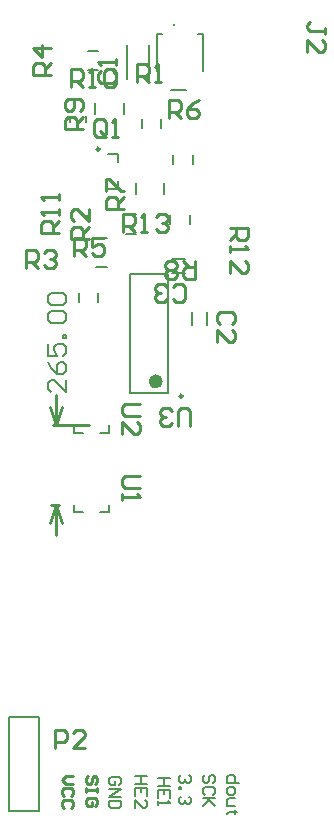
<source format=gbr>
G04*
G04 #@! TF.GenerationSoftware,Altium Limited,Altium Designer,22.11.1 (43)*
G04*
G04 Layer_Color=65535*
%FSLAX44Y44*%
%MOMM*%
G71*
G04*
G04 #@! TF.SameCoordinates,85B5D84A-ABF2-449B-B7EE-03817192F5BC*
G04*
G04*
G04 #@! TF.FilePolarity,Positive*
G04*
G01*
G75*
%ADD10C,0.2000*%
%ADD11C,0.2500*%
%ADD12C,0.6000*%
%ADD13C,0.2540*%
%ADD14C,0.1500*%
%ADD15C,0.1524*%
D10*
X144870Y755720D02*
G03*
X144870Y754720I0J-500D01*
G01*
D02*
G03*
X144870Y755720I0J500D01*
G01*
D02*
G03*
X144870Y754720I0J-500D01*
G01*
X80640Y520510D02*
Y528510D01*
X64140Y520510D02*
Y528510D01*
X130370Y747320D02*
X134870D01*
X130370D02*
X134870D01*
X142370Y700120D02*
X154870D01*
X142370D02*
X154870D01*
X164870Y747320D02*
X169370D01*
X164870D02*
X169370D01*
X130370Y716220D02*
Y747320D01*
Y716220D02*
Y747320D01*
X169370Y716220D02*
Y747320D01*
Y716220D02*
Y747320D01*
X78170Y680030D02*
Y689030D01*
X102170Y680030D02*
Y689030D01*
X72200Y716920D02*
X80200D01*
X72200Y733420D02*
X80200D01*
X88680Y645790D02*
X96830D01*
Y639190D02*
Y645790D01*
X88680Y616590D02*
X96830D01*
Y623190D01*
X70250Y673390D02*
Y677890D01*
X56750Y673390D02*
Y677890D01*
X105239Y709839D02*
Y737961D01*
X123361Y709839D02*
Y737961D01*
X58520Y592450D02*
Y594450D01*
X71020Y592450D02*
Y594450D01*
X160120Y501480D02*
Y511980D01*
X172620Y501480D02*
Y511980D01*
X144150Y637350D02*
Y645350D01*
X160650Y637350D02*
Y645350D01*
X117480Y667830D02*
Y675830D01*
X133980Y667830D02*
Y675830D01*
X112460Y612250D02*
Y621250D01*
X136460Y612250D02*
Y621250D01*
X104190Y578490D02*
X112190D01*
X104190Y594990D02*
X112190D01*
X158110Y586790D02*
Y594790D01*
X141610Y586790D02*
Y594790D01*
X78520Y574610D02*
X87520D01*
X78520Y550610D02*
X87520D01*
X139190Y443530D02*
Y544530D01*
X107190Y443530D02*
Y544530D01*
Y443530D02*
X139190D01*
X107190Y544530D02*
X139190D01*
X143340Y557430D02*
X153840D01*
X143340Y544930D02*
X153840D01*
X60330Y410060D02*
Y416560D01*
Y410060D02*
X67630D01*
X89530D02*
Y416560D01*
X82230Y410060D02*
X89530D01*
X60330Y342714D02*
Y349214D01*
Y342714D02*
X67630D01*
X89530D02*
Y349214D01*
X82230Y342714D02*
X89530D01*
X5080Y169540D02*
X30480D01*
Y89540D02*
Y169540D01*
X5080Y89540D02*
X30480D01*
X5080D02*
Y169540D01*
X97961Y111986D02*
X99627Y113652D01*
Y116984D01*
X97961Y118650D01*
X91296D01*
X89630Y116984D01*
Y113652D01*
X91296Y111986D01*
X94628D01*
Y115318D01*
X89630Y108653D02*
X99627D01*
X89630Y101989D01*
X99627D01*
Y98656D02*
X89630D01*
Y93658D01*
X91296Y91992D01*
X97961D01*
X99627Y93658D01*
Y98656D01*
D11*
X81580Y650190D02*
G03*
X81580Y650190I-1250J0D01*
G01*
X151940Y441080D02*
G03*
X151940Y441080I-1250J0D01*
G01*
D12*
X132190Y453530D02*
G03*
X132190Y453530I-3000J0D01*
G01*
D13*
X44450Y349250D02*
X49530Y334010D01*
X39370D02*
X44450Y349250D01*
X39370Y431800D02*
X44450Y416560D01*
X49530Y431800D01*
X44450Y323850D02*
Y349250D01*
Y416560D02*
Y441960D01*
X41910Y416560D02*
X73048D01*
X40640Y349250D02*
X46990D01*
X78181Y112716D02*
X79847Y114382D01*
Y117714D01*
X78181Y119380D01*
X76515D01*
X74848Y117714D01*
Y114382D01*
X73182Y112716D01*
X71516D01*
X69850Y114382D01*
Y117714D01*
X71516Y119380D01*
X79847Y109383D02*
Y106051D01*
Y107717D01*
X69850D01*
Y109383D01*
Y106051D01*
X78181Y94388D02*
X79847Y96054D01*
Y99386D01*
X78181Y101053D01*
X71516D01*
X69850Y99386D01*
Y96054D01*
X71516Y94388D01*
X74848D01*
Y97720D01*
X59527Y119380D02*
X52862D01*
X49530Y116048D01*
X52862Y112716D01*
X59527D01*
X57861Y102719D02*
X59527Y104385D01*
Y107717D01*
X57861Y109383D01*
X51196D01*
X49530Y107717D01*
Y104385D01*
X51196Y102719D01*
X57861Y92722D02*
X59527Y94388D01*
Y97720D01*
X57861Y99386D01*
X51196D01*
X49530Y97720D01*
Y94388D01*
X51196Y92722D01*
X158369Y415676D02*
Y428372D01*
X155830Y430911D01*
X150751D01*
X148212Y428372D01*
Y415676D01*
X143134Y418215D02*
X140595Y415676D01*
X135516D01*
X132977Y418215D01*
Y420754D01*
X135516Y423293D01*
X138056D01*
X135516D01*
X132977Y425833D01*
Y428372D01*
X135516Y430911D01*
X140595D01*
X143134Y428372D01*
X101473Y579755D02*
Y594990D01*
X109090D01*
X111630Y592451D01*
Y587373D01*
X109090Y584833D01*
X101473D01*
X106551D02*
X111630Y579755D01*
X116708D02*
X121786D01*
X119247D01*
Y594990D01*
X116708Y592451D01*
X129404D02*
X131943Y594990D01*
X137022D01*
X139561Y592451D01*
Y589912D01*
X137022Y587373D01*
X134482D01*
X137022D01*
X139561Y584833D01*
Y582294D01*
X137022Y579755D01*
X131943D01*
X129404Y582294D01*
X192405Y583057D02*
X207640D01*
Y575439D01*
X205101Y572900D01*
X200023D01*
X197483Y575439D01*
Y583057D01*
Y577979D02*
X192405Y572900D01*
Y567822D02*
Y562744D01*
Y565283D01*
X207640D01*
X205101Y567822D01*
X192405Y544969D02*
Y555126D01*
X202562Y544969D01*
X205101D01*
X207640Y547509D01*
Y552587D01*
X205101Y555126D01*
X46863Y578845D02*
X31628D01*
Y586463D01*
X34167Y589002D01*
X39246D01*
X41785Y586463D01*
Y578845D01*
Y583923D02*
X46863Y589002D01*
Y594080D02*
Y599158D01*
Y596619D01*
X31628D01*
X34167Y594080D01*
X46863Y606776D02*
Y611854D01*
Y609315D01*
X31628D01*
X34167Y606776D01*
X57277Y702691D02*
Y717926D01*
X64894D01*
X67434Y715387D01*
Y710309D01*
X64894Y707769D01*
X57277D01*
X62355D02*
X67434Y702691D01*
X72512D02*
X77590D01*
X75051D01*
Y717926D01*
X72512Y715387D01*
X85208D02*
X87747Y717926D01*
X92825D01*
X95365Y715387D01*
Y705230D01*
X92825Y702691D01*
X87747D01*
X85208Y705230D01*
Y715387D01*
X67691Y667385D02*
X52456D01*
Y675003D01*
X54995Y677542D01*
X60073D01*
X62613Y675003D01*
Y667385D01*
Y672463D02*
X67691Y677542D01*
X65152Y682620D02*
X67691Y685159D01*
Y690238D01*
X65152Y692777D01*
X54995D01*
X52456Y690238D01*
Y685159D01*
X54995Y682620D01*
X57534D01*
X60073Y685159D01*
Y692777D01*
X162179Y555357D02*
Y540122D01*
X154562D01*
X152022Y542661D01*
Y547739D01*
X154562Y550279D01*
X162179D01*
X157101D02*
X152022Y555357D01*
X146944Y542661D02*
X144405Y540122D01*
X139326D01*
X136787Y542661D01*
Y545200D01*
X139326Y547739D01*
X136787Y550279D01*
Y552818D01*
X139326Y555357D01*
X144405D01*
X146944Y552818D01*
Y550279D01*
X144405Y547739D01*
X146944Y545200D01*
Y542661D01*
X144405Y547739D02*
X139326D01*
X101981Y599605D02*
X86746D01*
Y607223D01*
X89285Y609762D01*
X94363D01*
X96903Y607223D01*
Y599605D01*
Y604683D02*
X101981Y609762D01*
X86746Y614840D02*
Y624997D01*
X89285D01*
X99442Y614840D01*
X101981D01*
X140081Y676783D02*
Y692018D01*
X147698D01*
X150238Y689479D01*
Y684400D01*
X147698Y681861D01*
X140081D01*
X145159D02*
X150238Y676783D01*
X165473Y692018D02*
X160394Y689479D01*
X155316Y684400D01*
Y679322D01*
X157855Y676783D01*
X162934D01*
X165473Y679322D01*
Y681861D01*
X162934Y684400D01*
X155316D01*
X60071Y559943D02*
Y575178D01*
X67688D01*
X70228Y572639D01*
Y567561D01*
X67688Y565021D01*
X60071D01*
X65149D02*
X70228Y559943D01*
X85463Y575178D02*
X75306D01*
Y567561D01*
X80384Y570100D01*
X82924D01*
X85463Y567561D01*
Y562482D01*
X82924Y559943D01*
X77845D01*
X75306Y562482D01*
X40767Y712851D02*
X25532D01*
Y720469D01*
X28071Y723008D01*
X33149D01*
X35689Y720469D01*
Y712851D01*
Y717929D02*
X40767Y723008D01*
Y735704D02*
X25532D01*
X33149Y728086D01*
Y738243D01*
X19054Y549912D02*
Y565148D01*
X26672D01*
X29211Y562608D01*
Y557530D01*
X26672Y554991D01*
X19054D01*
X24132D02*
X29211Y549912D01*
X34289Y562608D02*
X36828Y565148D01*
X41907D01*
X44446Y562608D01*
Y560069D01*
X41907Y557530D01*
X39367D01*
X41907D01*
X44446Y554991D01*
Y552452D01*
X41907Y549912D01*
X36828D01*
X34289Y552452D01*
X72757Y574421D02*
X57522D01*
Y582038D01*
X60061Y584578D01*
X65139D01*
X67679Y582038D01*
Y574421D01*
Y579499D02*
X72757Y584578D01*
Y599813D02*
Y589656D01*
X62600Y599813D01*
X60061D01*
X57522Y597274D01*
Y592195D01*
X60061Y589656D01*
X113411Y707263D02*
Y722498D01*
X121028D01*
X123568Y719959D01*
Y714881D01*
X121028Y712341D01*
X113411D01*
X118489D02*
X123568Y707263D01*
X128646D02*
X133724D01*
X131185D01*
Y722498D01*
X128646Y719959D01*
X87152Y662812D02*
Y672969D01*
X84613Y675508D01*
X79534D01*
X76995Y672969D01*
Y662812D01*
X79534Y660273D01*
X84613D01*
X82073Y665351D02*
X87152Y660273D01*
X84613D02*
X87152Y662812D01*
X92230Y660273D02*
X97308D01*
X94769D01*
Y675508D01*
X92230Y672969D01*
X143894Y523625D02*
X146433Y521086D01*
X151512D01*
X154051Y523625D01*
Y533782D01*
X151512Y536321D01*
X146433D01*
X143894Y533782D01*
X138816Y523625D02*
X136277Y521086D01*
X131198D01*
X128659Y523625D01*
Y526164D01*
X131198Y528703D01*
X133738D01*
X131198D01*
X128659Y531243D01*
Y533782D01*
X131198Y536321D01*
X136277D01*
X138816Y533782D01*
X193925Y502034D02*
X196464Y504574D01*
Y509652D01*
X193925Y512191D01*
X183768D01*
X181229Y509652D01*
Y504574D01*
X183768Y502034D01*
X181229Y486799D02*
Y496956D01*
X191386Y486799D01*
X193925D01*
X196464Y489338D01*
Y494417D01*
X193925Y496956D01*
X82935Y716658D02*
X80396Y714118D01*
Y709040D01*
X82935Y706501D01*
X93092D01*
X95631Y709040D01*
Y714118D01*
X93092Y716658D01*
X95631Y721736D02*
Y726814D01*
Y724275D01*
X80396D01*
X82935Y721736D01*
X272674Y747980D02*
Y753059D01*
Y750519D01*
X259978D01*
X257439Y753059D01*
Y755598D01*
X259978Y758137D01*
X257439Y732745D02*
Y742902D01*
X267596Y732745D01*
X270135D01*
X272674Y735284D01*
Y740363D01*
X270135Y742902D01*
X115946Y434213D02*
X103250D01*
X100711Y431674D01*
Y426595D01*
X103250Y424056D01*
X115946D01*
X100711Y408821D02*
Y418978D01*
X110868Y408821D01*
X113407D01*
X115946Y411360D01*
Y416439D01*
X113407Y418978D01*
X115568Y373377D02*
X102872D01*
X100332Y370838D01*
Y365759D01*
X102872Y363220D01*
X115568D01*
X100332Y358142D02*
Y353063D01*
Y355602D01*
X115568D01*
X113028Y358142D01*
X43504Y143295D02*
Y158530D01*
X51122D01*
X53661Y155990D01*
Y150912D01*
X51122Y148373D01*
X43504D01*
X68896Y143295D02*
X58739D01*
X68896Y153451D01*
Y155990D01*
X66357Y158530D01*
X61278D01*
X58739Y155990D01*
D14*
X141037Y117880D02*
X131040D01*
X136038D01*
Y111215D01*
X141037D01*
X131040D01*
X141037Y101219D02*
Y107883D01*
X131040D01*
Y101219D01*
X136038Y107883D02*
Y104551D01*
X131040Y97886D02*
Y94554D01*
Y96220D01*
X141037D01*
X139371Y97886D01*
X199457Y113756D02*
X189460D01*
Y118754D01*
X191126Y120420D01*
X194458D01*
X196124Y118754D01*
Y113756D01*
X189460Y108757D02*
Y105425D01*
X191126Y103759D01*
X194458D01*
X196124Y105425D01*
Y108757D01*
X194458Y110423D01*
X191126D01*
X189460Y108757D01*
X196124Y100427D02*
X191126D01*
X189460Y98760D01*
Y93762D01*
X196124D01*
X197791Y88764D02*
X196124D01*
Y90430D01*
Y87097D01*
Y88764D01*
X191126D01*
X189460Y87097D01*
X177471Y113756D02*
X179137Y115422D01*
Y118754D01*
X177471Y120420D01*
X175805D01*
X174138Y118754D01*
Y115422D01*
X172472Y113756D01*
X170806D01*
X169140Y115422D01*
Y118754D01*
X170806Y120420D01*
X177471Y103759D02*
X179137Y105425D01*
Y108757D01*
X177471Y110423D01*
X170806D01*
X169140Y108757D01*
Y105425D01*
X170806Y103759D01*
X179137Y100427D02*
X169140D01*
X172472D01*
X179137Y93762D01*
X174138Y98760D01*
X169140Y93762D01*
X157151Y120420D02*
X158817Y118754D01*
Y115422D01*
X157151Y113756D01*
X155485D01*
X153818Y115422D01*
Y117088D01*
Y115422D01*
X152152Y113756D01*
X150486D01*
X148820Y115422D01*
Y118754D01*
X150486Y120420D01*
X148820Y110423D02*
X150486D01*
Y108757D01*
X148820D01*
Y110423D01*
X157151Y102093D02*
X158817Y100427D01*
Y97094D01*
X157151Y95428D01*
X155485D01*
X153818Y97094D01*
Y98760D01*
Y97094D01*
X152152Y95428D01*
X150486D01*
X148820Y97094D01*
Y100427D01*
X150486Y102093D01*
X121987Y119150D02*
X111990D01*
X116988D01*
Y112486D01*
X121987D01*
X111990D01*
X121987Y102489D02*
Y109153D01*
X111990D01*
Y102489D01*
X116988Y109153D02*
Y105821D01*
X111990Y92492D02*
Y99157D01*
X118654Y92492D01*
X120321D01*
X121987Y94158D01*
Y97490D01*
X120321Y99157D01*
D15*
X53591Y454657D02*
Y444500D01*
X43435Y454657D01*
X40896D01*
X38356Y452118D01*
Y447039D01*
X40896Y444500D01*
X38356Y469892D02*
X40896Y464813D01*
X45974Y459735D01*
X51052D01*
X53591Y462274D01*
Y467353D01*
X51052Y469892D01*
X48513D01*
X45974Y467353D01*
Y459735D01*
X38356Y485127D02*
Y474970D01*
X45974D01*
X43435Y480048D01*
Y482588D01*
X45974Y485127D01*
X51052D01*
X53591Y482588D01*
Y477509D01*
X51052Y474970D01*
X53591Y490205D02*
X51052D01*
Y492744D01*
X53591D01*
Y490205D01*
X40896Y502901D02*
X38356Y505440D01*
Y510519D01*
X40896Y513058D01*
X51052D01*
X53591Y510519D01*
Y505440D01*
X51052Y502901D01*
X40896D01*
Y518136D02*
X38356Y520675D01*
Y525754D01*
X40896Y528293D01*
X51052D01*
X53591Y525754D01*
Y520675D01*
X51052Y518136D01*
X40896D01*
M02*

</source>
